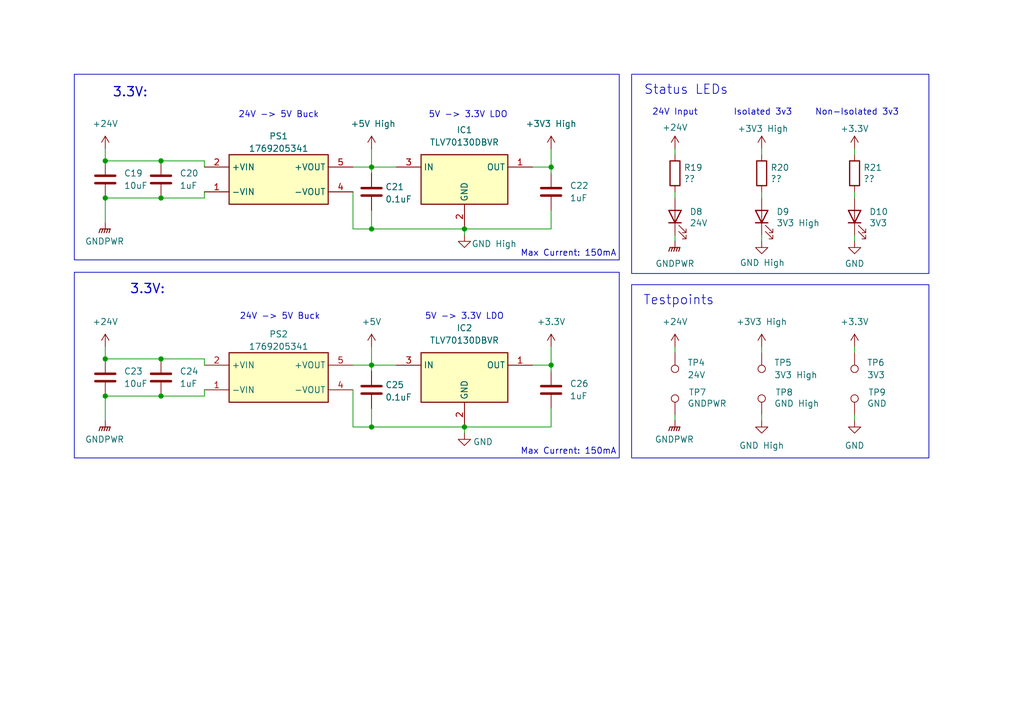
<source format=kicad_sch>
(kicad_sch (version 20250114) (generator "eeschema") (generator_version "9.0")
  (paper "A5")
  (lib_symbols
    (symbol "Connector:TestPoint" (pin_numbers (hide yes)) (pin_names (offset 0.762) (hide yes))
      (property "Reference" "TP" (at 0 6.858 0))
      (property "Value" "TestPoint" (at 0 5.08 0))
      (symbol "TestPoint_0_1"
        (circle (center 0 3.302) (radius 0.762))
      )
      (symbol "TestPoint_1_1"
        (pin passive line (at 0 0 90) (length 2.54) (name "1") (number "1"))
      )
    )
    (symbol "Device:C" (pin_numbers (hide yes)) (pin_names (offset 0.254))
      (property "Reference" "C" (at 0.635 2.54 0))
      (property "Value" "C" (at 0.635 -2.54 0))
      (symbol "C_0_1"
        (polyline (pts (xy -2.032 0.762) (xy 2.032 0.762)) (stroke (width 0.508)))
        (polyline (pts (xy -2.032 -0.762) (xy 2.032 -0.762)) (stroke (width 0.508)))
      )
      (symbol "C_1_1"
        (pin passive line (at 0 3.81 270) (length 2.794) (name "~") (number "1"))
        (pin passive line (at 0 -3.81 90) (length 2.794) (name "~") (number "2"))
      )
    )
    (symbol "Device:LED" (pin_numbers (hide yes)) (pin_names (offset 1.016) (hide yes))
      (property "Reference" "D" (at 0 2.54 0))
      (property "Value" "LED" (at 0 -2.54 0))
      (symbol "LED_0_1"
        (polyline (pts (xy -3.048 -0.762) (xy -4.572 -2.286) (xy -3.81 -2.286) (xy -4.572 -2.286) (xy -4.572 -1.524)))
        (polyline (pts (xy -1.778 -0.762) (xy -3.302 -2.286) (xy -2.54 -2.286) (xy -3.302 -2.286) (xy -3.302 -1.524)))
        (polyline (pts (xy -1.27 0) (xy 1.27 0)))
        (polyline (pts (xy -1.27 -1.27) (xy -1.27 1.27)) (stroke (width 0.254)))
        (polyline (pts (xy 1.27 -1.27) (xy 1.27 1.27) (xy -1.27 0) (xy 1.27 -1.27)) (stroke (width 0.254)))
      )
      (symbol "LED_1_1"
        (pin passive line (at -3.81 0 0) (length 2.54) (name "K") (number "1"))
        (pin passive line (at 3.81 0 180) (length 2.54) (name "A") (number "2"))
      )
    )
    (symbol "Device:R" (pin_numbers (hide yes)) (pin_names (offset 0))
      (property "Reference" "R" (at 2.032 0 90))
      (property "Value" "R" (at 0 0 90))
      (symbol "R_0_1"
        (rectangle (start -1.016 -2.54) (end 1.016 2.54) (stroke (width 0.254)))
      )
      (symbol "R_1_1"
        (pin passive line (at 0 3.81 270) (length 1.27) (name "~") (number "1"))
        (pin passive line (at 0 -3.81 90) (length 1.27) (name "~") (number "2"))
      )
    )
    (symbol "TLV70130DBVR_1"
      (property "Reference" "IC2" (at 13.97 7.62 0))
      (property "Value" "TLV70130DBVR" (at 13.97 5.08 0))
      (symbol "TLV70130DBVR_1_1_1"
        (rectangle (start 5.08 2.54) (end 22.86 -7.62) (stroke (width 0.254)) (fill (type background)))
        (pin power_in line (at 0 0 0) (length 5.08) (name "IN") (number "3"))
        (pin power_in line (at 13.97 -12.7 90) (length 5.08) (name "GND") (number "2"))
        (pin power_out line (at 27.94 0 180) (length 5.08) (name "OUT") (number "1"))
      )
    )
    (symbol "WE_24_5_Buck:1769205341"
      (property "Reference" "PS1" (at 15.24 6.35 0))
      (property "Value" "1769205341" (at 15.24 3.81 0))
      (symbol "1769205341_1_1"
        (rectangle (start 5.08 2.54) (end 25.4 -7.62) (stroke (width 0.254)) (fill (type background)))
        (pin passive line (at 0 0 0) (length 5.08) (name "+VIN") (number "2"))
        (pin passive line (at 0 -5.08 0) (length 5.08) (name "-VIN") (number "1"))
        (pin passive line (at 30.48 0 180) (length 5.08) (name "+VOUT") (number "5"))
        (pin passive line (at 30.48 -5.08 180) (length 5.08) (name "-VOUT") (number "4"))
      )
    )
    (symbol "power:+24V" (power) (pin_numbers (hide yes)) (pin_names (offset 0) (hide yes))
      (property "Value" "+24V" (at 0 3.556 0))
      (symbol "+24V_0_1"
        (polyline (pts (xy -0.762 1.27) (xy 0 2.54)))
        (polyline (pts (xy 0 2.54) (xy 0.762 1.27)))
        (polyline (pts (xy 0 0) (xy 0 2.54)))
      )
      (symbol "+24V_1_1"
        (pin power_in line (at 0 0 90) (length 0) (name "~") (number "1"))
      )
    )
    (symbol "power:+3.3V" (power) (pin_numbers (hide yes)) (pin_names (offset 0) (hide yes))
      (property "Value" "+3.3V" (at 0 3.556 0))
      (symbol "+3.3V_0_1"
        (polyline (pts (xy -0.762 1.27) (xy 0 2.54)))
        (polyline (pts (xy 0 2.54) (xy 0.762 1.27)))
        (polyline (pts (xy 0 0) (xy 0 2.54)))
      )
      (symbol "+3.3V_1_1"
        (pin power_in line (at 0 0 90) (length 0) (name "~") (number "1"))
      )
    )
    (symbol "power:+3V3" (power) (pin_numbers (hide yes)) (pin_names (offset 0) (hide yes))
      (property "Value" "+3V3" (at 0 3.556 0))
      (symbol "+3V3_0_1"
        (polyline (pts (xy -0.762 1.27) (xy 0 2.54)))
        (polyline (pts (xy 0 2.54) (xy 0.762 1.27)))
        (polyline (pts (xy 0 0) (xy 0 2.54)))
      )
      (symbol "+3V3_1_1"
        (pin power_in line (at 0 0 90) (length 0) (name "~") (number "1"))
      )
    )
    (symbol "power:+5V" (power) (pin_numbers (hide yes)) (pin_names (offset 0) (hide yes))
      (property "Value" "+5V" (at 0 3.556 0))
      (symbol "+5V_0_1"
        (polyline (pts (xy -0.762 1.27) (xy 0 2.54)))
        (polyline (pts (xy 0 2.54) (xy 0.762 1.27)))
        (polyline (pts (xy 0 0) (xy 0 2.54)))
      )
      (symbol "+5V_1_1"
        (pin power_in line (at 0 0 90) (length 0) (name "~") (number "1"))
      )
    )
    (symbol "power:GND" (power) (pin_numbers (hide yes)) (pin_names (offset 0) (hide yes))
      (property "Value" "GND" (at 0 -3.81 0))
      (symbol "GND_0_1"
        (polyline (pts (xy 0 0) (xy 0 -1.27) (xy 1.27 -1.27) (xy 0 -2.54) (xy -1.27 -1.27) (xy 0 -1.27)))
      )
      (symbol "GND_1_1"
        (pin power_in line (at 0 0 270) (length 0) (name "~") (number "1"))
      )
    )
    (symbol "power:GNDPWR" (power) (pin_numbers (hide yes)) (pin_names (offset 0) (hide yes))
      (property "Value" "GNDPWR" (at 0 -3.302 0))
      (symbol "GNDPWR_0_1"
        (polyline (pts (xy -1.016 -1.27) (xy -1.27 -2.032) (xy -1.27 -2.032)) (stroke (width 0.2032)))
        (polyline (pts (xy -0.508 -1.27) (xy -0.762 -2.032) (xy -0.762 -2.032)) (stroke (width 0.2032)))
        (polyline (pts (xy 0 -1.27) (xy 0 0)))
        (polyline (pts (xy 0 -1.27) (xy -0.254 -2.032) (xy -0.254 -2.032)) (stroke (width 0.2032)))
        (polyline (pts (xy 0.508 -1.27) (xy 0.254 -2.032) (xy 0.254 -2.032)) (stroke (width 0.2032)))
        (polyline (pts (xy 1.016 -1.27) (xy -1.016 -1.27) (xy -1.016 -1.27)) (stroke (width 0.2032)))
        (polyline (pts (xy 1.016 -1.27) (xy 0.762 -2.032) (xy 0.762 -2.032) (xy 0.762 -2.032)) (stroke (width 0.2032)))
      )
      (symbol "GNDPWR_1_1"
        (pin power_in line (at 0 0 270) (length 0) (name "~") (number "1"))
      )
    )
    (symbol "utsvt-power:TLV70130DBVR"
      (property "Reference" "IC2" (at 13.97 7.62 0))
      (property "Value" "TLV70130DBVR" (at 13.97 5.08 0))
      (symbol "TLV70130DBVR_1_1"
        (rectangle (start 5.08 2.54) (end 22.86 -7.62) (stroke (width 0.254)) (fill (type background)))
        (pin power_in line (at 0 0 0) (length 5.08) (name "IN") (number "3"))
        (pin power_in line (at 13.97 -12.7 90) (length 5.08) (name "GND") (number "2"))
        (pin power_out line (at 27.94 0 180) (length 5.08) (name "OUT") (number "1"))
      )
    )
  )
  (rectangle (start 15.24 15.24) (end 127 53.34))
  (rectangle (start 15.24 55.88) (end 127 93.98))
  (rectangle (start 129.54 15.24) (end 190.5 56.134))
  (rectangle (start 129.54 58.42) (end 190.5 93.98))
  (text "Testpoints" (at 139.192 61.722 0) (effects (font (size 1.905 1.905))))
  (text "Max Current: 150mA" (at 116.586 52.07 0) (effects (font (size 1.27 1.27))))
  (text "Status LEDs" (at 140.716 18.542 0) (effects (font (size 1.905 1.905))))
  (text "3.3V: " (at 27.432 19.05 0) (effects (font (size 1.905 1.905) (thickness 0.2381))))
  (text "24V -> 5V Buck" (at 57.15 23.622 0) (effects (font (size 1.27 1.27))))
  (text "5V -> 3.3V LDO" (at 96.012 23.622 0) (effects (font (size 1.27 1.27))))
  (text "5V -> 3.3V LDO" (at 95.25 65.024 0) (effects (font (size 1.27 1.27))))
  (text "Isolated 3v3" (at 156.464 23.114 0) (effects (font (size 1.27 1.27))))
  (text "Non-Isolated 3v3" (at 175.768 23.114 0) (effects (font (size 1.27 1.27))))
  (text "24V -> 5V Buck" (at 57.404 65.024 0) (effects (font (size 1.27 1.27))))
  (text "24V Input" (at 138.43 23.114 0) (effects (font (size 1.27 1.27))))
  (text "3.3V: " (at 30.988 59.436 0) (effects (font (size 1.905 1.905) (thickness 0.2381))))
  (text "Max Current: 150mA" (at 116.586 92.71 0) (effects (font (size 1.27 1.27))))
  (junction (at 33.02 33.02))
  (junction (at 76.2 87.63))
  (junction (at 33.02 40.64))
  (junction (at 33.02 73.66))
  (junction (at 76.2 34.29))
  (junction (at 33.02 81.28))
  (junction (at 76.2 46.99))
  (junction (at 76.2 74.93))
  (junction (at 113.03 34.29))
  (junction (at 21.59 33.02))
  (junction (at 21.59 73.66))
  (junction (at 21.59 40.64))
  (junction (at 95.25 46.99))
  (junction (at 113.03 74.93))
  (junction (at 21.59 81.28))
  (junction (at 95.25 87.63))
  (wire (pts (xy 76.2 46.99) (xy 95.25 46.99)))
  (wire (pts (xy 109.22 74.93) (xy 113.03 74.93)))
  (wire (pts (xy 95.25 87.63) (xy 113.03 87.63)))
  (wire (pts (xy 138.43 85.09) (xy 138.43 86.36)))
  (wire (pts (xy 113.03 30.48) (xy 113.03 34.29)))
  (wire (pts (xy 21.59 33.02) (xy 33.02 33.02)))
  (wire (pts (xy 156.21 30.48) (xy 156.21 31.75)))
  (wire (pts (xy 175.26 48.26) (xy 175.26 49.53)))
  (wire (pts (xy 109.22 34.29) (xy 113.03 34.29)))
  (wire (pts (xy 113.03 71.12) (xy 113.03 74.93)))
  (wire (pts (xy 76.2 30.48) (xy 76.2 34.29)))
  (wire (pts (xy 76.2 74.93) (xy 81.28 74.93)))
  (wire (pts (xy 81.28 34.29) (xy 76.2 34.29)))
  (wire (pts (xy 41.91 80.01) (xy 41.91 81.28)))
  (wire (pts (xy 156.21 39.37) (xy 156.21 40.64)))
  (wire (pts (xy 33.02 81.28) (xy 41.91 81.28)))
  (wire (pts (xy 72.39 74.93) (xy 76.2 74.93)))
  (wire (pts (xy 113.03 83.82) (xy 113.03 87.63)))
  (wire (pts (xy 156.21 71.12) (xy 156.21 72.39)))
  (wire (pts (xy 95.25 87.63) (xy 95.25 88.9)))
  (wire (pts (xy 76.2 83.82) (xy 76.2 87.63)))
  (wire (pts (xy 41.91 73.66) (xy 41.91 74.93)))
  (wire (pts (xy 76.2 35.56) (xy 76.2 34.29)))
  (wire (pts (xy 156.21 48.26) (xy 156.21 49.53)))
  (wire (pts (xy 113.03 43.18) (xy 113.03 46.99)))
  (wire (pts (xy 156.21 85.09) (xy 156.21 86.36)))
  (wire (pts (xy 21.59 71.12) (xy 21.59 73.66)))
  (wire (pts (xy 138.43 48.26) (xy 138.43 49.53)))
  (wire (pts (xy 21.59 81.28) (xy 33.02 81.28)))
  (wire (pts (xy 21.59 40.64) (xy 21.59 45.72)))
  (wire (pts (xy 41.91 33.02) (xy 41.91 34.29)))
  (wire (pts (xy 95.25 46.99) (xy 95.25 48.26)))
  (wire (pts (xy 21.59 40.64) (xy 33.02 40.64)))
  (wire (pts (xy 76.2 46.99) (xy 72.39 46.99)))
  (wire (pts (xy 72.39 87.63) (xy 76.2 87.63)))
  (wire (pts (xy 95.25 46.99) (xy 113.03 46.99)))
  (wire (pts (xy 72.39 34.29) (xy 76.2 34.29)))
  (wire (pts (xy 138.43 30.48) (xy 138.43 31.75)))
  (wire (pts (xy 76.2 87.63) (xy 95.25 87.63)))
  (wire (pts (xy 21.59 30.48) (xy 21.59 33.02)))
  (wire (pts (xy 175.26 85.09) (xy 175.26 86.36)))
  (wire (pts (xy 175.26 39.37) (xy 175.26 40.64)))
  (wire (pts (xy 138.43 71.12) (xy 138.43 72.39)))
  (wire (pts (xy 138.43 39.37) (xy 138.43 40.64)))
  (wire (pts (xy 72.39 80.01) (xy 72.39 87.63)))
  (wire (pts (xy 33.02 33.02) (xy 41.91 33.02)))
  (wire (pts (xy 113.03 74.93) (xy 113.03 76.2)))
  (wire (pts (xy 21.59 73.66) (xy 33.02 73.66)))
  (wire (pts (xy 41.91 39.37) (xy 41.91 40.64)))
  (wire (pts (xy 175.26 30.48) (xy 175.26 31.75)))
  (wire (pts (xy 33.02 40.64) (xy 41.91 40.64)))
  (wire (pts (xy 76.2 43.18) (xy 76.2 46.99)))
  (wire (pts (xy 21.59 81.28) (xy 21.59 86.36)))
  (wire (pts (xy 33.02 73.66) (xy 41.91 73.66)))
  (wire (pts (xy 113.03 34.29) (xy 113.03 35.56)))
  (wire (pts (xy 76.2 71.12) (xy 76.2 74.93)))
  (wire (pts (xy 76.2 74.93) (xy 76.2 76.2)))
  (wire (pts (xy 175.26 71.12) (xy 175.26 72.39)))
  (wire (pts (xy 72.39 46.99) (xy 72.39 39.37)))
  (symbol (lib_id "power:+24V") (at 138.43 30.48 0) (unit 1)
    (property "Reference" "#PWR048" (effects (hide yes)))
    (property "Value" "+24V" (at 138.43 26.162 0))
    (property "Description" "Power symbol creates a global label with name \"+24V\"" (effects (hide yes)))
  )
  (symbol (lib_id "Device:LED") (at 175.26 44.45 90) (unit 1)
    (property "Reference" "D10" (at 178.2572 43.4594 90) (effects (justify right)))
    (property "Value" "3V3" (at 178.2572 45.7708 90) (effects (justify right)))
    (property "Footprint" "LED_SMD:LED_0805_2012Metric" (effects (hide yes)))
    (property "Description" "Light emitting diode" (effects (hide yes)))
    (property "Mfg" "APTD2012LCGCK" (effects (hide yes)))
    (property "Sim.Pins" "1=K 2=A" (effects (hide yes)))
  )
  (symbol (lib_id "Device:C") (at 33.02 36.83 0) (unit 1)
    (property "Reference" "C20" (at 36.83 35.5599 0) (effects (justify left)))
    (property "Value" "1uF" (at 36.83 38.0999 0) (effects (justify left)))
    (property "Description" "Unpolarized capacitor" (effects (hide yes)))
  )
  (symbol (lib_id "Device:R") (at 138.43 35.56 0) (unit 1)
    (property "Reference" "R19" (at 140.208 34.3916 0) (effects (justify left)))
    (property "Value" "??" (at 140.208 36.703 0) (effects (justify left)))
    (property "Footprint" "Resistor_SMD:R_0805_2012Metric" (effects (hide yes)))
    (property "Description" "Resistor" (effects (hide yes)))
    (property "Mfg" "SDR10EZPJ152" (effects (hide yes)))
  )
  (symbol (lib_id "Connector:TestPoint") (at 175.26 85.09 0) (mirror y) (unit 1)
    (property "Reference" "TP9" (at 178.054 80.518 0) (effects (justify right)))
    (property "Value" "GND" (at 177.8 82.8041 0) (effects (justify right)))
    (property "Description" "test point" (effects (hide yes)))
  )
  (symbol (lib_id "power:GNDPWR") (at 21.59 86.36 0) (unit 1)
    (property "Reference" "#PWR062" (effects (hide yes)))
    (property "Value" "GNDPWR" (at 21.463 90.17 0))
    (property "Description" "Power symbol creates a global label with name \"GNDPWR\" , global ground" (effects (hide yes)))
  )
  (symbol (lib_id "power:GNDPWR") (at 138.43 86.36 0) (unit 1)
    (property "Reference" "#PWR063" (effects (hide yes)))
    (property "Value" "GNDPWR" (at 138.303 90.17 0))
    (property "Description" "Power symbol creates a global label with name \"GNDPWR\" , global ground" (effects (hide yes)))
  )
  (symbol (lib_id "utsvt-power:TLV70130DBVR") (at 81.28 74.93 0) (unit 1)
    (property "Reference" "IC2" (at 95.25 67.31 0))
    (property "Value" "TLV70130DBVR" (at 95.25 69.85 0))
    (property "Footprint" "UTSVT_Power:TLV70130DBVR" (effects (hide yes)))
    (property "Datasheet" "http://www.ti.com/lit/gpn/tlv701" (effects (hide yes)))
    (property "Description" "150mA, Ultra-Low IQ, High Vin Low-Dropout Regulator" (effects (hide yes)))
    (property "Height" "1.45" (effects (hide yes)))
    (property "Mouser Part Number" "595-TLV70130DBVR" (effects (hide yes)))
    (property "Mouser Price/Stock" "https://www.mouser.co.uk/ProductDetail/Texas-Instruments/TLV70130DBVR?qs=bhx7MkwkKU%2FJD9wBuQ4eNg%3D%3D" (effects (hide yes)))
    (property "Manufacturer_Name" "Texas Instruments" (effects (hide yes)))
    (property "P/N" "TLV70130DBVR" (effects (hide yes)))
  )
  (symbol (lib_id "power:+24V") (at 21.59 30.48 0) (unit 1)
    (property "Reference" "#PWR045" (effects (hide yes)))
    (property "Value" "+24V" (at 21.59 25.4 0))
    (property "Description" "Power symbol creates a global label with name \"+24V\"" (effects (hide yes)))
  )
  (symbol (lib_id "power:GND") (at 95.25 48.26 0) (unit 1)
    (property "Reference" "#PWR052" (effects (hide yes)))
    (property "Value" "GND High" (at 101.346 50.038 0))
    (property "Description" "Power symbol creates a global label with name \"GND\" , ground" (effects (hide yes)))
  )
  (symbol (lib_id "Device:C") (at 21.59 77.47 0) (unit 1)
    (property "Reference" "C23" (at 25.4 76.1999 0) (effects (justify left)))
    (property "Value" "10uF" (at 25.4 78.7399 0) (effects (justify left)))
    (property "Description" "Unpolarized capacitor" (effects (hide yes)))
  )
  (symbol (lib_id "power:+3V3") (at 113.03 30.48 0) (unit 1)
    (property "Reference" "#PWR047" (effects (hide yes)))
    (property "Value" "+3V3 High" (at 113.03 25.4 0))
    (property "Description" "Power symbol creates a global label with name \"+3V3\"" (effects (hide yes)))
  )
  (symbol (lib_id "power:GND") (at 156.21 49.53 0) (unit 1)
    (property "Reference" "#PWR054" (effects (hide yes)))
    (property "Value" "GND High" (at 156.337 53.9242 0))
    (property "Description" "Power symbol creates a global label with name \"GND\" , ground" (effects (hide yes)))
  )
  (symbol (lib_id "Device:C") (at 33.02 77.47 0) (unit 1)
    (property "Reference" "C24" (at 36.83 76.1999 0) (effects (justify left)))
    (property "Value" "1uF" (at 36.83 78.7399 0) (effects (justify left)))
    (property "Description" "Unpolarized capacitor" (effects (hide yes)))
  )
  (symbol (lib_id "WE_24_5_Buck:1769205341") (at 41.91 74.93 0) (unit 1)
    (property "Reference" "PS2" (at 57.15 68.58 0))
    (property "Value" "1769205341" (at 57.15 71.12 0))
    (property "Footprint" "1769205341" (effects (hide yes)))
    (property "Datasheet" "https://www.we-online.com/components/products/datasheet/1769205341.pdf" (effects (hide yes)))
    (property "Description" "WURTH ELEKTRONIK - 1769205341 - Isolated Surface Mount DC/DC Converter, ITE, 1 W, 1 Output, 5 V, 200 mA" (effects (hide yes)))
    (property "Height" "7.5" (effects (hide yes)))
    (property "Mouser Part Number" "710-1769205341" (effects (hide yes)))
    (property "Mouser Price/Stock" "https://www.mouser.co.uk/ProductDetail/Wurth-Elektronik/1769205341?qs=T%252BzbugeAwjiKSHaIS1c9fw%3D%3D" (effects (hide yes)))
    (property "Manufacturer_Name" "Wurth Elektronik" (effects (hide yes)))
    (property "Manufacturer_Part_Number" "1769205341" (effects (hide yes)))
  )
  (symbol (lib_id "power:+3.3V") (at 175.26 30.48 0) (unit 1)
    (property "Reference" "#PWR050" (effects (hide yes)))
    (property "Value" "+3.3V" (at 175.26 26.416 0))
    (property "Description" "Power symbol creates a global label with name \"+3.3V\"" (effects (hide yes)))
  )
  (symbol (lib_id "Device:C") (at 113.03 39.37 0) (unit 1)
    (property "Reference" "C22" (at 116.84 38.0999 0) (effects (justify left)))
    (property "Value" "1uF" (at 116.84 40.6399 0) (effects (justify left)))
    (property "Footprint" "Capacitor_SMD:C_0805_2012Metric" (effects (hide yes)))
    (property "Description" "Unpolarized capacitor" (effects (hide yes)))
  )
  (symbol (lib_id "power:GNDPWR") (at 138.43 49.53 0) (unit 1)
    (property "Reference" "#PWR053" (effects (hide yes)))
    (property "Value" "GNDPWR" (at 138.43 54.102 0))
    (property "Description" "Power symbol creates a global label with name \"GNDPWR\" , global ground" (effects (hide yes)))
  )
  (symbol (lib_id "power:+24V") (at 138.43 71.12 0) (unit 1)
    (property "Reference" "#PWR059" (effects (hide yes)))
    (property "Value" "+24V" (at 138.43 66.04 0))
    (property "Description" "Power symbol creates a global label with name \"+24V\"" (effects (hide yes)))
  )
  (symbol (lib_id "power:+5V") (at 76.2 71.12 0) (unit 1)
    (property "Reference" "#PWR057" (effects (hide yes)))
    (property "Value" "+5V" (at 76.2 66.04 0))
    (property "Description" "Power symbol creates a global label with name \"+5V\"" (effects (hide yes)))
  )
  (symbol (lib_id "power:GND") (at 95.25 88.9 0) (unit 1)
    (property "Reference" "#PWR066" (effects (hide yes)))
    (property "Value" "GND" (at 99.06 90.678 0))
    (property "Description" "Power symbol creates a global label with name \"GND\" , ground" (effects (hide yes)))
  )
  (symbol (lib_id "Connector:TestPoint") (at 138.43 72.39 180) (unit 1)
    (property "Reference" "TP4" (at 140.97 74.4219 0) (effects (justify right)))
    (property "Value" "24V" (at 140.97 76.9619 0) (effects (justify right)))
    (property "Description" "test point" (effects (hide yes)))
  )
  (symbol (lib_id "Device:LED") (at 138.43 44.45 90) (unit 1)
    (property "Reference" "D8" (at 141.4272 43.4594 90) (effects (justify right)))
    (property "Value" "24V" (at 141.4272 45.7708 90) (effects (justify right)))
    (property "Footprint" "LED_SMD:LED_0805_2012Metric" (effects (hide yes)))
    (property "Description" "Light emitting diode" (effects (hide yes)))
    (property "Mfg" "APTD2012LCGCK" (effects (hide yes)))
    (property "Sim.Pins" "1=K 2=A" (effects (hide yes)))
  )
  (symbol (lib_id "WE_24_5_Buck:1769205341") (at 41.91 34.29 0) (unit 1)
    (property "Reference" "PS1" (at 57.15 27.94 0))
    (property "Value" "1769205341" (at 57.15 30.48 0))
    (property "Footprint" "1769205341" (effects (hide yes)))
    (property "Datasheet" "https://www.we-online.com/components/products/datasheet/1769205341.pdf" (effects (hide yes)))
    (property "Description" "WURTH ELEKTRONIK - 1769205341 - Isolated Surface Mount DC/DC Converter, ITE, 1 W, 1 Output, 5 V, 200 mA" (effects (hide yes)))
    (property "Height" "7.5" (effects (hide yes)))
    (property "Mouser Part Number" "710-1769205341" (effects (hide yes)))
    (property "Mouser Price/Stock" "https://www.mouser.co.uk/ProductDetail/Wurth-Elektronik/1769205341?qs=T%252BzbugeAwjiKSHaIS1c9fw%3D%3D" (effects (hide yes)))
    (property "Manufacturer_Name" "Wurth Elektronik" (effects (hide yes)))
    (property "Manufacturer_Part_Number" "1769205341" (effects (hide yes)))
  )
  (symbol (lib_id "power:+3.3V") (at 113.03 71.12 0) (unit 1)
    (property "Reference" "#PWR058" (effects (hide yes)))
    (property "Value" "+3.3V" (at 113.03 66.04 0))
    (property "Description" "Power symbol creates a global label with name \"+3.3V\"" (effects (hide yes)))
  )
  (symbol (lib_id "Device:C") (at 76.2 80.01 0) (mirror y) (unit 1)
    (property "Reference" "C25" (at 78.994 78.994 0) (effects (justify right)))
    (property "Value" "0.1uF" (at 78.994 81.534 0) (effects (justify right)))
    (property "Footprint" "Capacitor_SMD:C_0805_2012Metric" (effects (hide yes)))
    (property "Description" "Unpolarized capacitor" (effects (hide yes)))
  )
  (symbol (lib_id "Connector:TestPoint") (at 138.43 85.09 0) (mirror y) (unit 1)
    (property "Reference" "TP7" (at 141.224 80.518 0) (effects (justify right)))
    (property "Value" "GNDPWR" (at 140.97 82.8041 0) (effects (justify right)))
    (property "Description" "test point" (effects (hide yes)))
  )
  (symbol (lib_id "Connector:TestPoint") (at 156.21 72.39 180) (unit 1)
    (property "Reference" "TP5" (at 158.75 74.4219 0) (effects (justify right)))
    (property "Value" "3V3 High" (at 158.75 76.9619 0) (effects (justify right)))
    (property "Description" "test point" (effects (hide yes)))
  )
  (symbol (lib_id "power:GND") (at 175.26 86.36 0) (unit 1)
    (property "Reference" "#PWR065" (effects (hide yes)))
    (property "Value" "GND" (at 175.26 91.44 0))
    (property "Description" "Power symbol creates a global label with name \"GND\" , ground" (effects (hide yes)))
  )
  (symbol (lib_id "power:+3.3V") (at 175.26 71.12 0) (unit 1)
    (property "Reference" "#PWR061" (effects (hide yes)))
    (property "Value" "+3.3V" (at 175.26 66.04 0))
    (property "Description" "Power symbol creates a global label with name \"+3.3V\"" (effects (hide yes)))
  )
  (symbol (lib_id "power:GND") (at 175.26 49.53 0) (unit 1)
    (property "Reference" "#PWR055" (effects (hide yes)))
    (property "Value" "GND" (at 175.26 54.102 0))
    (property "Description" "Power symbol creates a global label with name \"GND\" , ground" (effects (hide yes)))
  )
  (symbol (lib_id "Connector:TestPoint") (at 156.21 85.09 0) (mirror y) (unit 1)
    (property "Reference" "TP8" (at 159.004 80.518 0) (effects (justify right)))
    (property "Value" "GND High" (at 158.75 82.8041 0) (effects (justify right)))
    (property "Description" "test point" (effects (hide yes)))
  )
  (symbol (lib_id "Device:C") (at 21.59 36.83 0) (unit 1)
    (property "Reference" "C19" (at 25.4 35.5599 0) (effects (justify left)))
    (property "Value" "10uF" (at 25.4 38.0999 0) (effects (justify left)))
    (property "Description" "Unpolarized capacitor" (effects (hide yes)))
  )
  (symbol (lib_id "power:GNDPWR") (at 21.59 45.72 0) (unit 1)
    (property "Reference" "#PWR051" (effects (hide yes)))
    (property "Value" "GNDPWR" (at 21.463 49.53 0))
    (property "Description" "Power symbol creates a global label with name \"GNDPWR\" , global ground" (effects (hide yes)))
  )
  (symbol (lib_id "Device:C") (at 76.2 39.37 0) (mirror y) (unit 1)
    (property "Reference" "C21" (at 78.994 38.354 0) (effects (justify right)))
    (property "Value" "0.1uF" (at 78.994 40.894 0) (effects (justify right)))
    (property "Footprint" "Capacitor_SMD:C_0805_2012Metric" (effects (hide yes)))
    (property "Description" "Unpolarized capacitor" (effects (hide yes)))
  )
  (symbol (lib_name "TLV70130DBVR_1") (lib_id "utsvt-power:TLV70130DBVR") (at 81.28 34.29 0) (unit 1)
    (property "Reference" "IC1" (at 95.25 26.67 0))
    (property "Value" "TLV70130DBVR" (at 95.25 29.21 0))
    (property "Footprint" "UTSVT_Power:TLV70130DBVR" (effects (hide yes)))
    (property "Datasheet" "http://www.ti.com/lit/gpn/tlv701" (effects (hide yes)))
    (property "Description" "150mA, Ultra-Low IQ, High Vin Low-Dropout Regulator" (effects (hide yes)))
    (property "Height" "1.45" (effects (hide yes)))
    (property "Mouser Part Number" "595-TLV70130DBVR" (effects (hide yes)))
    (property "Mouser Price/Stock" "https://www.mouser.co.uk/ProductDetail/Texas-Instruments/TLV70130DBVR?qs=bhx7MkwkKU%2FJD9wBuQ4eNg%3D%3D" (effects (hide yes)))
    (property "Manufacturer_Name" "Texas Instruments" (effects (hide yes)))
    (property "P/N" "TLV70130DBVR" (effects (hide yes)))
  )
  (symbol (lib_id "Connector:TestPoint") (at 175.26 72.39 180) (unit 1)
    (property "Reference" "TP6" (at 177.8 74.4219 0) (effects (justify right)))
    (property "Value" "3V3" (at 177.8 76.9619 0) (effects (justify right)))
    (property "Description" "test point" (effects (hide yes)))
  )
  (symbol (lib_id "Device:R") (at 156.21 35.56 0) (unit 1)
    (property "Reference" "R20" (at 157.988 34.3916 0) (effects (justify left)))
    (property "Value" "??" (at 157.988 36.703 0) (effects (justify left)))
    (property "Footprint" "Resistor_SMD:R_0805_2012Metric" (effects (hide yes)))
    (property "Description" "Resistor" (effects (hide yes)))
    (property "Mfg" "SDR10EZPJ152" (effects (hide yes)))
  )
  (symbol (lib_id "Device:C") (at 113.03 80.01 0) (unit 1)
    (property "Reference" "C26" (at 116.84 78.7399 0) (effects (justify left)))
    (property "Value" "1uF" (at 116.84 81.2799 0) (effects (justify left)))
    (property "Footprint" "Capacitor_SMD:C_0805_2012Metric" (effects (hide yes)))
    (property "Description" "Unpolarized capacitor" (effects (hide yes)))
  )
  (symbol (lib_id "Device:R") (at 175.26 35.56 0) (unit 1)
    (property "Reference" "R21" (at 177.038 34.3916 0) (effects (justify left)))
    (property "Value" "??" (at 177.038 36.703 0) (effects (justify left)))
    (property "Footprint" "Resistor_SMD:R_0805_2012Metric" (effects (hide yes)))
    (property "Description" "Resistor" (effects (hide yes)))
    (property "Mfg" "SDR10EZPJ152" (effects (hide yes)))
  )
  (symbol (lib_id "power:+3V3") (at 156.21 71.12 0) (unit 1)
    (property "Reference" "#PWR060" (effects (hide yes)))
    (property "Value" "+3V3 High" (at 156.21 66.04 0))
    (property "Description" "Power symbol creates a global label with name \"+3V3\"" (effects (hide yes)))
  )
  (symbol (lib_id "power:+5V") (at 76.2 30.48 0) (unit 1)
    (property "Reference" "#PWR046" (effects (hide yes)))
    (property "Value" "+5V High" (at 71.882 25.4 0) (effects (justify left)))
    (property "Description" "Power symbol creates a global label with name \"+5V\"" (effects (hide yes)))
  )
  (symbol (lib_id "power:GND") (at 156.21 86.36 0) (unit 1)
    (property "Reference" "#PWR064" (effects (hide yes)))
    (property "Value" "GND High" (at 156.21 91.44 0))
    (property "Description" "Power symbol creates a global label with name \"GND\" , ground" (effects (hide yes)))
  )
  (symbol (lib_id "Device:LED") (at 156.21 44.45 90) (unit 1)
    (property "Reference" "D9" (at 159.2072 43.4594 90) (effects (justify right)))
    (property "Value" "3V3 High" (at 159.2072 45.7708 90) (effects (justify right)))
    (property "Footprint" "LED_SMD:LED_0805_2012Metric" (effects (hide yes)))
    (property "Description" "Light emitting diode" (effects (hide yes)))
    (property "Mfg" "APTD2012LCGCK" (effects (hide yes)))
    (property "Sim.Pins" "1=K 2=A" (effects (hide yes)))
  )
  (symbol (lib_id "power:+24V") (at 21.59 71.12 0) (unit 1)
    (property "Reference" "#PWR056" (effects (hide yes)))
    (property "Value" "+24V" (at 21.59 66.04 0))
    (property "Description" "Power symbol creates a global label with name \"+24V\"" (effects (hide yes)))
  )
  (symbol (lib_id "power:+3.3V") (at 156.21 30.48 0) (unit 1)
    (property "Reference" "#PWR049" (effects (hide yes)))
    (property "Value" "+3V3 High" (at 156.464 26.416 0))
    (property "Description" "Power symbol creates a global label with name \"+3.3V\"" (effects (hide yes)))
  )
)
</source>
